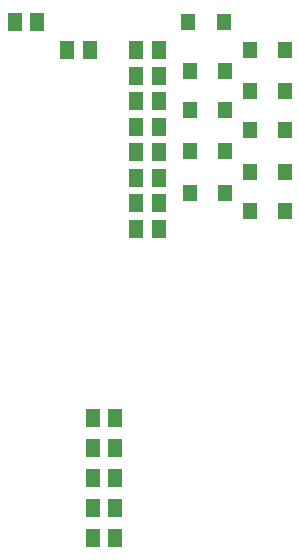
<source format=gtp>
G75*
G70*
%OFA0B0*%
%FSLAX24Y24*%
%IPPOS*%
%LPD*%
%AMOC8*
5,1,8,0,0,1.08239X$1,22.5*
%
%ADD10R,0.0472X0.0551*%
%ADD11R,0.0512X0.0591*%
D10*
X011471Y034660D03*
X010652Y035260D03*
X011471Y035960D03*
X010652Y036660D03*
X011471Y037360D03*
X010652Y038010D03*
X011471Y038660D03*
X010652Y039310D03*
X011471Y040010D03*
X012652Y040010D03*
X012652Y038660D03*
X012652Y037360D03*
X012652Y035960D03*
X012652Y034660D03*
X009471Y035260D03*
X009471Y036660D03*
X009471Y038010D03*
X009471Y039310D03*
X009421Y040960D03*
X010602Y040960D03*
D11*
X006237Y023760D03*
X006985Y023760D03*
X006985Y024760D03*
X006237Y024760D03*
X006237Y025760D03*
X006985Y025760D03*
X006985Y026760D03*
X006237Y026760D03*
X006237Y027760D03*
X006985Y027760D03*
X007687Y034060D03*
X008435Y034060D03*
X008435Y034910D03*
X007687Y034910D03*
X007687Y035760D03*
X008435Y035760D03*
X008435Y036610D03*
X007687Y036610D03*
X007687Y037460D03*
X008435Y037460D03*
X008435Y038310D03*
X008435Y039160D03*
X007687Y039160D03*
X007687Y038310D03*
X007687Y040010D03*
X008435Y040010D03*
X006135Y040010D03*
X005387Y040010D03*
X004385Y040960D03*
X003637Y040960D03*
M02*

</source>
